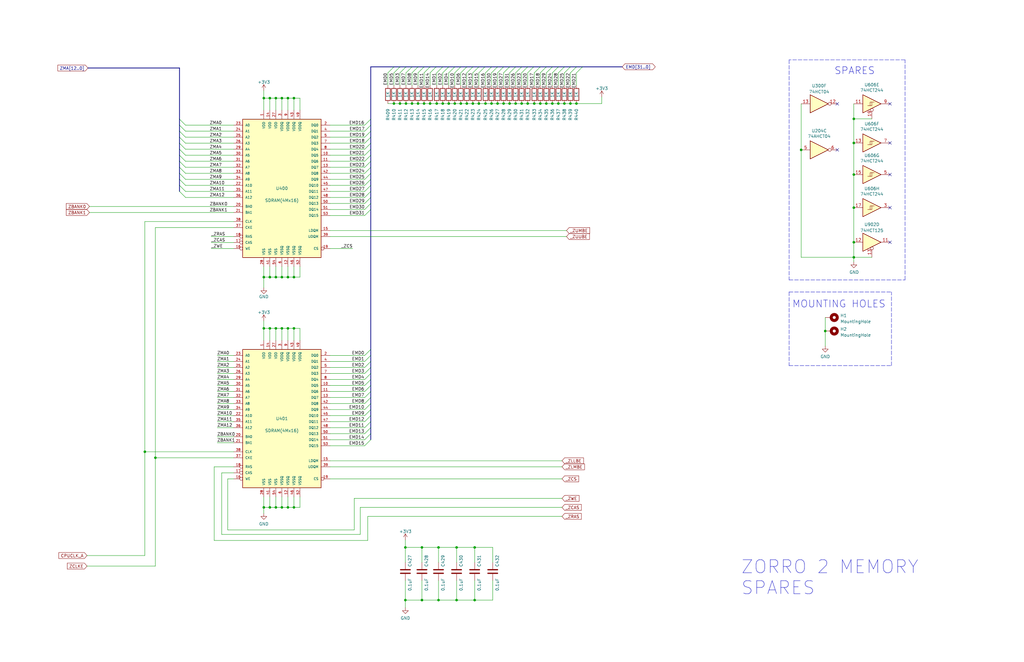
<source format=kicad_sch>
(kicad_sch (version 20211123) (generator eeschema)
  (paper "B")
  (title_block (title "Amiga N2630") (date "2022-09-09") (rev "2.3"))
  (junction (at 170.942 253.238))
  (junction (at 118.872 138.557))
  (junction (at 360.045 108.585))
  (junction (at 191.77 43.688))
  (junction (at 212.344 43.688))
  (junction (at 209.804 43.688))
  (junction (at 121.412 41.402))
  (junction (at 240.538 43.688))
  (junction (at 111.252 116.967))
  (junction (at 111.252 138.557))
  (junction (at 243.078 43.688))
  (junction (at 337.82 63.246))
  (junction (at 170.942 231.013))
  (junction (at 192.532 231.013))
  (junction (at 123.952 41.402))
  (junction (at 177.927 231.013))
  (junction (at 178.816 43.688))
  (junction (at 113.792 214.122))
  (junction (at 113.792 116.967))
  (junction (at 111.252 41.402))
  (junction (at 116.332 41.402))
  (junction (at 184.15 43.688))
  (junction (at 177.927 253.238))
  (junction (at 113.792 138.557))
  (junction (at 200.152 253.238))
  (junction (at 196.85 43.688))
  (junction (at 171.196 43.688))
  (junction (at 360.045 87.63))
  (junction (at 230.378 43.688))
  (junction (at 121.412 138.557))
  (junction (at 61.087 190.627))
  (junction (at 118.872 116.967))
  (junction (at 116.332 116.967))
  (junction (at 113.792 41.402))
  (junction (at 116.332 214.122))
  (junction (at 219.964 43.688))
  (junction (at 116.332 138.557))
  (junction (at 189.23 43.688))
  (junction (at 237.998 43.688))
  (junction (at 214.884 43.688))
  (junction (at 360.045 60.325))
  (junction (at 181.356 43.688))
  (junction (at 201.93 43.688))
  (junction (at 173.736 43.688))
  (junction (at 360.045 102.235))
  (junction (at 207.264 43.688))
  (junction (at 123.952 138.557))
  (junction (at 166.116 43.688))
  (junction (at 123.952 116.967))
  (junction (at 123.952 214.122))
  (junction (at 184.912 253.238))
  (junction (at 347.98 139.7))
  (junction (at 204.724 43.688))
  (junction (at 168.656 43.688))
  (junction (at 118.872 41.402))
  (junction (at 200.152 231.013))
  (junction (at 225.298 43.688))
  (junction (at 186.69 43.688))
  (junction (at 360.045 50.165))
  (junction (at 118.872 214.122))
  (junction (at 111.252 214.122))
  (junction (at 235.458 43.688))
  (junction (at 65.532 193.167))
  (junction (at 232.918 43.688))
  (junction (at 121.412 214.122))
  (junction (at 222.504 43.688))
  (junction (at 360.045 73.66))
  (junction (at 121.412 116.967))
  (junction (at 176.276 43.688))
  (junction (at 184.912 231.013))
  (junction (at 194.31 43.688))
  (junction (at 192.532 253.238))
  (junction (at 227.838 43.688))
  (junction (at 199.39 43.688))
  (junction (at 217.424 43.688))
  (no_connect (at 353.06 63.246))
  (no_connect (at 375.285 102.235))
  (no_connect (at 375.285 43.815))
  (no_connect (at 375.285 87.63))
  (no_connect (at 375.285 60.325))
  (no_connect (at 375.285 73.66))
  (no_connect (at 353.06 43.815))
  (bus_entry (at 78.232 83.312) (size -2.54 -2.54))
  (bus_entry (at 222.504 30.734) (size 2.54 -2.54))
  (bus_entry (at 230.378 28.194) (size -2.54 2.54))
  (bus_entry (at 153.797 149.987) (size 2.54 -2.54))
  (bus_entry (at 153.797 152.527) (size 2.54 -2.54))
  (bus_entry (at 166.116 28.194) (size -2.54 2.54))
  (bus_entry (at 240.538 30.734) (size 2.54 -2.54))
  (bus_entry (at 217.424 28.194) (size -2.54 2.54))
  (bus_entry (at 196.85 28.194) (size -2.54 2.54))
  (bus_entry (at 243.078 30.734) (size 2.54 -2.54))
  (bus_entry (at 153.797 55.372) (size 2.54 -2.54))
  (bus_entry (at 171.196 28.194) (size -2.54 2.54))
  (bus_entry (at 207.264 28.194) (size -2.54 2.54))
  (bus_entry (at 191.77 28.194) (size -2.54 2.54))
  (bus_entry (at 219.964 30.734) (size 2.54 -2.54))
  (bus_entry (at 153.797 175.387) (size 2.54 -2.54))
  (bus_entry (at 153.797 185.547) (size 2.54 -2.54))
  (bus_entry (at 235.458 28.194) (size -2.54 2.54))
  (bus_entry (at 176.276 28.194) (size -2.54 2.54))
  (bus_entry (at 78.232 80.772) (size -2.54 -2.54))
  (bus_entry (at 178.816 28.194) (size -2.54 2.54))
  (bus_entry (at 237.998 28.194) (size -2.54 2.54))
  (bus_entry (at 153.797 65.532) (size 2.54 -2.54))
  (bus_entry (at 168.656 28.194) (size -2.54 2.54))
  (bus_entry (at 153.797 90.932) (size 2.54 -2.54))
  (bus_entry (at 214.884 28.194) (size -2.54 2.54))
  (bus_entry (at 153.797 157.607) (size 2.54 -2.54))
  (bus_entry (at 232.918 28.194) (size -2.54 2.54))
  (bus_entry (at 153.797 75.692) (size 2.54 -2.54))
  (bus_entry (at 153.797 188.087) (size 2.54 -2.54))
  (bus_entry (at 153.797 70.612) (size 2.54 -2.54))
  (bus_entry (at 153.797 165.227) (size 2.54 -2.54))
  (bus_entry (at 153.797 177.927) (size 2.54 -2.54))
  (bus_entry (at 153.797 80.772) (size 2.54 -2.54))
  (bus_entry (at 178.816 30.734) (size 2.54 -2.54))
  (bus_entry (at 181.356 30.734) (size 2.54 -2.54))
  (bus_entry (at 153.797 160.147) (size 2.54 -2.54))
  (bus_entry (at 199.39 28.194) (size -2.54 2.54))
  (bus_entry (at 153.797 162.687) (size 2.54 -2.54))
  (bus_entry (at 153.797 68.072) (size 2.54 -2.54))
  (bus_entry (at 153.797 57.912) (size 2.54 -2.54))
  (bus_entry (at 194.31 28.194) (size -2.54 2.54))
  (bus_entry (at 153.797 183.007) (size 2.54 -2.54))
  (bus_entry (at 153.797 85.852) (size 2.54 -2.54))
  (bus_entry (at 153.797 170.307) (size 2.54 -2.54))
  (bus_entry (at 153.797 155.067) (size 2.54 -2.54))
  (bus_entry (at 186.69 28.194) (size -2.54 2.54))
  (bus_entry (at 153.797 180.467) (size 2.54 -2.54))
  (bus_entry (at 199.39 30.734) (size 2.54 -2.54))
  (bus_entry (at 153.797 60.452) (size 2.54 -2.54))
  (bus_entry (at 173.736 28.194) (size -2.54 2.54))
  (bus_entry (at 153.797 73.152) (size 2.54 -2.54))
  (bus_entry (at 153.797 172.847) (size 2.54 -2.54))
  (bus_entry (at 240.538 28.194) (size -2.54 2.54))
  (bus_entry (at 201.93 30.734) (size 2.54 -2.54))
  (bus_entry (at 227.838 28.194) (size -2.54 2.54))
  (bus_entry (at 153.797 88.392) (size 2.54 -2.54))
  (bus_entry (at 153.797 83.312) (size 2.54 -2.54))
  (bus_entry (at 153.797 52.832) (size 2.54 -2.54))
  (bus_entry (at 78.232 52.832) (size -2.54 -2.54))
  (bus_entry (at 78.232 55.372) (size -2.54 -2.54))
  (bus_entry (at 78.232 57.912) (size -2.54 -2.54))
  (bus_entry (at 78.232 60.452) (size -2.54 -2.54))
  (bus_entry (at 78.232 62.992) (size -2.54 -2.54))
  (bus_entry (at 78.232 70.612) (size -2.54 -2.54))
  (bus_entry (at 78.232 73.152) (size -2.54 -2.54))
  (bus_entry (at 78.232 75.692) (size -2.54 -2.54))
  (bus_entry (at 78.232 78.232) (size -2.54 -2.54))
  (bus_entry (at 78.232 68.072) (size -2.54 -2.54))
  (bus_entry (at 78.232 65.532) (size -2.54 -2.54))
  (bus_entry (at 189.23 28.194) (size -2.54 2.54))
  (bus_entry (at 219.964 28.194) (size -2.54 2.54))
  (bus_entry (at 209.804 28.194) (size -2.54 2.54))
  (bus_entry (at 153.797 78.232) (size 2.54 -2.54))
  (bus_entry (at 212.344 28.194) (size -2.54 2.54))
  (bus_entry (at 153.797 167.767) (size 2.54 -2.54))
  (bus_entry (at 153.797 62.992) (size 2.54 -2.54))
  (wire (pts (xy 222.504 30.734) (xy 222.504 36.068)))
  (wire (pts (xy 91.567 165.227) (xy 98.552 165.227)))
  (wire (pts (xy 367.665 50.165) (xy 360.045 50.165)))
  (wire (pts (xy 171.196 43.688) (xy 173.736 43.688)))
  (wire (pts (xy 139.192 162.687) (xy 153.797 162.687)))
  (wire (pts (xy 65.532 193.167) (xy 65.532 96.012)))
  (wire (pts (xy 93.472 199.517) (xy 93.472 225.552)))
  (wire (pts (xy 243.078 43.688) (xy 253.746 43.688)))
  (wire (pts (xy 78.232 57.912) (xy 98.552 57.912)))
  (wire (pts (xy 111.252 214.122) (xy 113.792 214.122)))
  (wire (pts (xy 181.356 43.688) (xy 184.15 43.688)))
  (bus (pts (xy 156.337 85.852) (xy 156.337 83.312)))
  (wire (pts (xy 139.192 160.147) (xy 153.797 160.147)))
  (wire (pts (xy 207.772 253.238) (xy 207.772 244.983)))
  (wire (pts (xy 121.412 138.557) (xy 121.412 143.637)))
  (wire (pts (xy 214.884 30.734) (xy 214.884 36.068)))
  (wire (pts (xy 91.567 172.847) (xy 98.552 172.847)))
  (wire (pts (xy 201.93 43.688) (xy 204.724 43.688)))
  (wire (pts (xy 196.85 43.688) (xy 199.39 43.688)))
  (wire (pts (xy 121.412 209.677) (xy 121.412 214.122)))
  (wire (pts (xy 113.792 41.402) (xy 116.332 41.402)))
  (wire (pts (xy 126.492 209.677) (xy 126.492 214.122)))
  (wire (pts (xy 166.116 43.688) (xy 168.656 43.688)))
  (wire (pts (xy 78.232 78.232) (xy 98.552 78.232)))
  (wire (pts (xy 139.192 172.847) (xy 153.797 172.847)))
  (wire (pts (xy 139.192 180.467) (xy 153.797 180.467)))
  (wire (pts (xy 118.872 116.967) (xy 121.412 116.967)))
  (bus (pts (xy 186.69 28.194) (xy 189.23 28.194)))
  (bus (pts (xy 232.918 28.194) (xy 235.458 28.194)))
  (wire (pts (xy 116.332 138.557) (xy 116.332 143.637)))
  (wire (pts (xy 149.352 210.312) (xy 236.982 210.312)))
  (wire (pts (xy 113.792 138.557) (xy 116.332 138.557)))
  (bus (pts (xy 173.736 28.194) (xy 176.276 28.194)))
  (wire (pts (xy 78.232 70.612) (xy 98.552 70.612)))
  (wire (pts (xy 123.952 112.522) (xy 123.952 116.967)))
  (wire (pts (xy 121.412 214.122) (xy 123.952 214.122)))
  (wire (pts (xy 116.332 112.522) (xy 116.332 116.967)))
  (bus (pts (xy 199.39 28.194) (xy 201.93 28.194)))
  (wire (pts (xy 171.196 30.734) (xy 171.196 36.068)))
  (wire (pts (xy 118.872 214.122) (xy 121.412 214.122)))
  (bus (pts (xy 217.424 28.194) (xy 219.964 28.194)))
  (wire (pts (xy 96.012 223.647) (xy 149.352 223.647)))
  (wire (pts (xy 225.298 30.734) (xy 225.298 36.068)))
  (wire (pts (xy 170.942 253.238) (xy 170.942 256.413)))
  (bus (pts (xy 37.084 28.702) (xy 75.692 28.702)))
  (bus (pts (xy 75.692 68.072) (xy 75.692 65.532)))
  (bus (pts (xy 156.337 160.147) (xy 156.337 157.607)))
  (bus (pts (xy 191.77 28.194) (xy 194.31 28.194)))
  (wire (pts (xy 111.252 46.482) (xy 111.252 41.402)))
  (bus (pts (xy 156.337 55.372) (xy 156.337 52.832)))
  (wire (pts (xy 178.816 43.688) (xy 181.356 43.688)))
  (bus (pts (xy 156.337 83.312) (xy 156.337 80.772)))
  (wire (pts (xy 227.838 43.688) (xy 230.378 43.688)))
  (wire (pts (xy 170.942 253.238) (xy 177.927 253.238)))
  (wire (pts (xy 139.192 104.902) (xy 148.717 104.902)))
  (wire (pts (xy 78.232 73.152) (xy 98.552 73.152)))
  (bus (pts (xy 189.23 28.194) (xy 191.77 28.194)))
  (wire (pts (xy 230.378 43.688) (xy 232.918 43.688)))
  (bus (pts (xy 75.692 70.612) (xy 75.692 68.072)))
  (wire (pts (xy 360.045 108.585) (xy 360.045 110.49)))
  (wire (pts (xy 178.816 30.734) (xy 178.816 36.068)))
  (wire (pts (xy 207.772 231.013) (xy 200.152 231.013)))
  (wire (pts (xy 139.192 90.932) (xy 153.797 90.932)))
  (wire (pts (xy 139.192 185.547) (xy 153.797 185.547)))
  (wire (pts (xy 200.152 253.238) (xy 200.152 244.983)))
  (wire (pts (xy 192.532 237.363) (xy 192.532 231.013)))
  (wire (pts (xy 139.192 157.607) (xy 153.797 157.607)))
  (wire (pts (xy 96.012 202.057) (xy 96.012 223.647)))
  (wire (pts (xy 98.552 93.472) (xy 61.087 93.472)))
  (wire (pts (xy 192.532 253.238) (xy 200.152 253.238)))
  (wire (pts (xy 123.952 138.557) (xy 123.952 143.637)))
  (wire (pts (xy 151.892 225.552) (xy 151.892 214.122)))
  (wire (pts (xy 78.232 52.832) (xy 98.552 52.832)))
  (bus (pts (xy 156.337 52.832) (xy 156.337 50.292)))
  (bus (pts (xy 156.337 177.927) (xy 156.337 175.387)))
  (wire (pts (xy 360.045 60.325) (xy 360.045 73.66)))
  (wire (pts (xy 111.252 116.967) (xy 111.252 121.412)))
  (bus (pts (xy 156.337 185.547) (xy 156.337 183.007)))
  (wire (pts (xy 139.192 167.767) (xy 153.797 167.767)))
  (bus (pts (xy 75.692 55.372) (xy 75.692 52.832)))
  (bus (pts (xy 214.884 28.194) (xy 217.424 28.194)))
  (wire (pts (xy 139.192 152.527) (xy 153.797 152.527)))
  (wire (pts (xy 91.567 157.607) (xy 98.552 157.607)))
  (wire (pts (xy 240.538 43.688) (xy 243.078 43.688)))
  (wire (pts (xy 200.152 231.013) (xy 192.532 231.013)))
  (wire (pts (xy 168.656 43.688) (xy 171.196 43.688)))
  (wire (pts (xy 235.458 30.734) (xy 235.458 36.068)))
  (wire (pts (xy 111.252 209.677) (xy 111.252 214.122)))
  (wire (pts (xy 139.192 65.532) (xy 153.797 65.532)))
  (wire (pts (xy 91.5924 180.467) (xy 98.552 180.467)))
  (wire (pts (xy 78.232 65.532) (xy 98.552 65.532)))
  (wire (pts (xy 116.332 138.557) (xy 118.872 138.557)))
  (wire (pts (xy 78.232 55.372) (xy 98.552 55.372)))
  (wire (pts (xy 98.552 199.517) (xy 93.472 199.517)))
  (wire (pts (xy 113.792 116.967) (xy 116.332 116.967)))
  (wire (pts (xy 139.192 78.232) (xy 153.797 78.232)))
  (wire (pts (xy 212.344 30.734) (xy 212.344 36.068)))
  (wire (pts (xy 189.23 30.734) (xy 189.23 36.068)))
  (bus (pts (xy 156.337 183.007) (xy 156.337 180.467)))
  (wire (pts (xy 360.045 73.66) (xy 360.045 87.63)))
  (wire (pts (xy 360.045 108.585) (xy 337.82 108.585)))
  (wire (pts (xy 90.297 228.092) (xy 155.067 228.092)))
  (polyline (pts (xy 332.74 25.273) (xy 332.74 118.11)))
  (bus (pts (xy 156.337 78.232) (xy 156.337 75.692)))
  (wire (pts (xy 91.567 160.147) (xy 98.552 160.147)))
  (polyline (pts (xy 375.92 154.305) (xy 375.92 123.19)))
  (bus (pts (xy 156.337 57.912) (xy 156.337 55.372)))
  (bus (pts (xy 156.337 165.227) (xy 156.337 162.687)))
  (wire (pts (xy 78.232 80.772) (xy 98.552 80.772)))
  (wire (pts (xy 123.952 138.557) (xy 126.492 138.557)))
  (wire (pts (xy 177.927 244.983) (xy 177.927 253.238)))
  (wire (pts (xy 204.724 43.688) (xy 207.264 43.688)))
  (bus (pts (xy 156.337 155.067) (xy 156.337 152.527)))
  (wire (pts (xy 61.087 93.472) (xy 61.087 190.627)))
  (wire (pts (xy 199.39 30.734) (xy 199.39 36.068)))
  (bus (pts (xy 230.378 28.194) (xy 232.918 28.194)))
  (wire (pts (xy 61.087 190.627) (xy 61.087 234.442)))
  (wire (pts (xy 217.424 43.688) (xy 219.964 43.688)))
  (wire (pts (xy 139.192 85.852) (xy 153.797 85.852)))
  (wire (pts (xy 230.378 30.734) (xy 230.378 36.068)))
  (bus (pts (xy 156.337 80.772) (xy 156.337 78.232)))
  (wire (pts (xy 184.15 43.688) (xy 186.69 43.688)))
  (wire (pts (xy 200.152 253.238) (xy 207.772 253.238)))
  (wire (pts (xy 78.232 83.312) (xy 98.552 83.312)))
  (wire (pts (xy 91.5924 177.927) (xy 98.552 177.927)))
  (wire (pts (xy 186.69 30.734) (xy 186.69 36.068)))
  (polyline (pts (xy 381.635 25.273) (xy 332.74 25.273)))
  (wire (pts (xy 139.192 55.372) (xy 153.797 55.372)))
  (wire (pts (xy 139.192 60.452) (xy 153.797 60.452)))
  (bus (pts (xy 227.838 28.194) (xy 230.378 28.194)))
  (polyline (pts (xy 332.74 123.19) (xy 332.74 154.305)))
  (bus (pts (xy 178.816 28.194) (xy 181.356 28.194)))
  (wire (pts (xy 139.192 73.152) (xy 153.797 73.152)))
  (wire (pts (xy 177.927 253.238) (xy 184.912 253.238)))
  (bus (pts (xy 156.337 73.152) (xy 156.337 70.612)))
  (wire (pts (xy 360.045 43.815) (xy 360.045 50.165)))
  (bus (pts (xy 156.337 175.387) (xy 156.337 172.847)))
  (wire (pts (xy 151.892 214.122) (xy 236.982 214.122)))
  (wire (pts (xy 126.492 138.557) (xy 126.492 143.637)))
  (wire (pts (xy 78.232 62.992) (xy 98.552 62.992)))
  (bus (pts (xy 75.692 52.832) (xy 75.692 50.292)))
  (wire (pts (xy 89.027 104.902) (xy 98.552 104.902)))
  (wire (pts (xy 91.567 184.277) (xy 98.552 184.277)))
  (wire (pts (xy 139.192 196.977) (xy 236.982 196.977)))
  (wire (pts (xy 111.252 41.402) (xy 113.792 41.402)))
  (wire (pts (xy 194.31 30.734) (xy 194.31 36.068)))
  (wire (pts (xy 91.567 186.817) (xy 98.552 186.817)))
  (wire (pts (xy 196.85 30.734) (xy 196.85 36.068)))
  (wire (pts (xy 118.872 112.522) (xy 118.872 116.967)))
  (wire (pts (xy 89.027 102.362) (xy 98.552 102.362)))
  (wire (pts (xy 212.344 43.688) (xy 214.884 43.688)))
  (wire (pts (xy 111.252 116.967) (xy 113.792 116.967)))
  (wire (pts (xy 116.332 116.967) (xy 118.872 116.967)))
  (wire (pts (xy 184.15 30.734) (xy 184.15 36.068)))
  (wire (pts (xy 139.192 194.437) (xy 236.982 194.437)))
  (wire (pts (xy 61.087 190.627) (xy 98.552 190.627)))
  (wire (pts (xy 113.792 112.522) (xy 113.792 116.967)))
  (wire (pts (xy 170.942 244.983) (xy 170.942 253.238)))
  (wire (pts (xy 113.792 214.122) (xy 116.332 214.122)))
  (wire (pts (xy 237.998 30.734) (xy 237.998 36.068)))
  (wire (pts (xy 139.192 165.227) (xy 153.797 165.227)))
  (wire (pts (xy 116.332 41.402) (xy 116.332 46.482)))
  (wire (pts (xy 181.356 30.734) (xy 181.356 36.068)))
  (wire (pts (xy 139.192 68.072) (xy 153.797 68.072)))
  (wire (pts (xy 168.656 30.734) (xy 168.656 36.068)))
  (wire (pts (xy 91.567 149.987) (xy 98.552 149.987)))
  (wire (pts (xy 111.252 214.122) (xy 111.252 216.662)))
  (wire (pts (xy 139.192 62.992) (xy 153.797 62.992)))
  (wire (pts (xy 118.872 138.557) (xy 121.412 138.557)))
  (wire (pts (xy 139.192 57.912) (xy 153.797 57.912)))
  (wire (pts (xy 139.192 183.007) (xy 153.797 183.007)))
  (wire (pts (xy 173.736 30.734) (xy 173.736 36.068)))
  (wire (pts (xy 237.998 43.688) (xy 240.538 43.688)))
  (wire (pts (xy 337.82 43.815) (xy 337.82 63.246)))
  (bus (pts (xy 156.337 180.467) (xy 156.337 177.927)))
  (wire (pts (xy 123.952 41.402) (xy 123.952 46.482)))
  (wire (pts (xy 65.532 193.167) (xy 98.552 193.167)))
  (wire (pts (xy 118.872 41.402) (xy 118.872 46.482)))
  (wire (pts (xy 192.532 253.238) (xy 192.532 244.983)))
  (wire (pts (xy 177.927 231.013) (xy 177.927 237.363)))
  (wire (pts (xy 111.252 135.382) (xy 111.252 138.557)))
  (wire (pts (xy 111.252 112.522) (xy 111.252 116.967)))
  (bus (pts (xy 240.538 28.194) (xy 243.078 28.194)))
  (wire (pts (xy 201.93 30.734) (xy 201.93 36.068)))
  (wire (pts (xy 98.552 196.977) (xy 90.297 196.977)))
  (wire (pts (xy 78.232 60.452) (xy 98.552 60.452)))
  (bus (pts (xy 194.31 28.194) (xy 196.85 28.194)))
  (wire (pts (xy 139.192 202.057) (xy 236.982 202.057)))
  (wire (pts (xy 139.192 177.927) (xy 153.797 177.927)))
  (wire (pts (xy 139.192 83.312) (xy 153.797 83.312)))
  (bus (pts (xy 156.337 152.527) (xy 156.337 149.987)))
  (wire (pts (xy 347.98 133.985) (xy 347.98 139.7)))
  (wire (pts (xy 139.192 88.392) (xy 153.797 88.392)))
  (bus (pts (xy 166.116 28.194) (xy 168.656 28.194)))
  (wire (pts (xy 207.264 30.734) (xy 207.264 36.068)))
  (bus (pts (xy 75.692 57.912) (xy 75.692 55.372)))
  (wire (pts (xy 184.912 231.013) (xy 177.927 231.013)))
  (bus (pts (xy 201.93 28.194) (xy 204.47 28.194)))
  (wire (pts (xy 111.252 38.227) (xy 111.252 41.402)))
  (wire (pts (xy 91.567 162.687) (xy 98.552 162.687)))
  (wire (pts (xy 194.31 43.688) (xy 196.85 43.688)))
  (wire (pts (xy 139.192 155.067) (xy 153.797 155.067)))
  (wire (pts (xy 200.152 237.363) (xy 200.152 231.013)))
  (bus (pts (xy 156.337 167.767) (xy 156.337 165.227)))
  (bus (pts (xy 156.337 172.847) (xy 156.337 170.307)))
  (wire (pts (xy 235.458 43.688) (xy 237.998 43.688)))
  (bus (pts (xy 235.458 28.194) (xy 237.998 28.194)))
  (wire (pts (xy 207.772 237.363) (xy 207.772 231.013)))
  (wire (pts (xy 199.39 43.688) (xy 201.93 43.688)))
  (wire (pts (xy 184.912 244.983) (xy 184.912 253.238)))
  (bus (pts (xy 207.264 28.194) (xy 209.804 28.194)))
  (wire (pts (xy 253.746 40.894) (xy 253.746 43.688)))
  (wire (pts (xy 123.952 41.402) (xy 126.492 41.402)))
  (wire (pts (xy 91.567 167.767) (xy 98.552 167.767)))
  (bus (pts (xy 212.344 28.194) (xy 214.884 28.194)))
  (wire (pts (xy 191.77 30.734) (xy 191.77 36.068)))
  (wire (pts (xy 139.192 80.772) (xy 153.797 80.772)))
  (bus (pts (xy 75.692 78.232) (xy 75.692 80.772)))
  (wire (pts (xy 177.927 231.013) (xy 170.942 231.013)))
  (wire (pts (xy 204.724 30.734) (xy 204.724 36.068)))
  (wire (pts (xy 139.192 97.282) (xy 238.887 97.282)))
  (bus (pts (xy 176.276 28.194) (xy 178.816 28.194)))
  (wire (pts (xy 78.232 75.692) (xy 98.552 75.692)))
  (wire (pts (xy 214.884 43.688) (xy 217.424 43.688)))
  (wire (pts (xy 121.412 112.522) (xy 121.412 116.967)))
  (bus (pts (xy 156.337 149.987) (xy 156.337 147.447)))
  (wire (pts (xy 232.918 43.688) (xy 235.458 43.688)))
  (wire (pts (xy 149.352 223.647) (xy 149.352 210.312)))
  (wire (pts (xy 111.252 143.637) (xy 111.252 138.557)))
  (wire (pts (xy 123.952 116.967) (xy 126.492 116.967)))
  (wire (pts (xy 360.045 50.165) (xy 360.045 60.325)))
  (wire (pts (xy 98.552 202.057) (xy 96.012 202.057)))
  (wire (pts (xy 139.192 70.612) (xy 153.797 70.612)))
  (wire (pts (xy 207.264 43.688) (xy 209.804 43.688)))
  (bus (pts (xy 156.337 65.532) (xy 156.337 62.992)))
  (bus (pts (xy 181.356 28.194) (xy 183.896 28.194)))
  (wire (pts (xy 219.964 43.688) (xy 222.504 43.688)))
  (wire (pts (xy 222.504 43.688) (xy 225.298 43.688)))
  (polyline (pts (xy 332.74 154.305) (xy 375.92 154.305)))
  (wire (pts (xy 217.424 30.734) (xy 217.424 36.068)))
  (wire (pts (xy 113.792 209.677) (xy 113.792 214.122)))
  (wire (pts (xy 176.276 43.688) (xy 178.816 43.688)))
  (wire (pts (xy 186.69 43.688) (xy 189.23 43.688)))
  (bus (pts (xy 156.337 68.072) (xy 156.337 65.532)))
  (bus (pts (xy 222.504 28.194) (xy 225.044 28.194)))
  (bus (pts (xy 75.692 75.692) (xy 75.692 78.232)))
  (wire (pts (xy 225.298 43.688) (xy 227.838 43.688)))
  (bus (pts (xy 75.692 73.152) (xy 75.692 75.692)))
  (bus (pts (xy 75.692 65.532) (xy 75.692 62.992)))
  (polyline (pts (xy 332.74 118.11) (xy 381.635 118.11)))
  (wire (pts (xy 176.276 30.734) (xy 176.276 36.068)))
  (bus (pts (xy 183.896 28.194) (xy 186.69 28.194)))
  (wire (pts (xy 219.964 30.734) (xy 219.964 36.068)))
  (wire (pts (xy 139.192 75.692) (xy 153.797 75.692)))
  (bus (pts (xy 225.044 28.194) (xy 227.838 28.194)))
  (wire (pts (xy 173.736 43.688) (xy 176.276 43.688)))
  (bus (pts (xy 156.337 170.307) (xy 156.337 167.767)))
  (wire (pts (xy 240.538 30.734) (xy 240.538 36.068)))
  (bus (pts (xy 156.337 70.612) (xy 156.337 68.072)))
  (bus (pts (xy 75.692 60.452) (xy 75.692 57.912)))
  (bus (pts (xy 219.964 28.194) (xy 222.504 28.194)))
  (wire (pts (xy 209.804 30.734) (xy 209.804 36.068)))
  (wire (pts (xy 36.703 238.887) (xy 65.532 238.887)))
  (wire (pts (xy 91.567 155.067) (xy 98.552 155.067)))
  (wire (pts (xy 232.918 30.734) (xy 232.918 36.068)))
  (wire (pts (xy 121.412 41.402) (xy 123.952 41.402)))
  (wire (pts (xy 184.912 231.013) (xy 184.912 237.363)))
  (wire (pts (xy 118.872 209.677) (xy 118.872 214.122)))
  (wire (pts (xy 166.116 30.734) (xy 166.116 36.068)))
  (wire (pts (xy 89.027 99.822) (xy 98.552 99.822)))
  (wire (pts (xy 243.078 30.734) (xy 243.078 36.068)))
  (wire (pts (xy 91.567 175.387) (xy 98.552 175.387)))
  (wire (pts (xy 113.792 41.402) (xy 113.792 46.482)))
  (bus (pts (xy 156.337 88.392) (xy 156.337 85.852)))
  (wire (pts (xy 116.332 209.677) (xy 116.332 214.122)))
  (bus (pts (xy 196.85 28.194) (xy 199.39 28.194)))
  (wire (pts (xy 121.412 138.557) (xy 123.952 138.557)))
  (bus (pts (xy 237.998 28.194) (xy 240.538 28.194)))
  (wire (pts (xy 126.492 112.522) (xy 126.492 116.967)))
  (wire (pts (xy 170.942 231.013) (xy 170.942 237.363)))
  (bus (pts (xy 156.337 75.692) (xy 156.337 73.152)))
  (wire (pts (xy 91.567 152.527) (xy 98.552 152.527)))
  (wire (pts (xy 90.297 196.977) (xy 90.297 228.092)))
  (bus (pts (xy 156.337 147.447) (xy 156.337 88.392)))
  (wire (pts (xy 65.532 96.012) (xy 98.552 96.012)))
  (wire (pts (xy 123.952 209.677) (xy 123.952 214.122)))
  (bus (pts (xy 243.078 28.194) (xy 245.618 28.194)))
  (bus (pts (xy 156.337 28.194) (xy 156.337 50.292)))
  (bus (pts (xy 209.804 28.194) (xy 212.344 28.194)))
  (wire (pts (xy 139.192 175.387) (xy 153.797 175.387)))
  (wire (pts (xy 126.492 41.402) (xy 126.492 46.482)))
  (wire (pts (xy 184.912 253.238) (xy 192.532 253.238)))
  (wire (pts (xy 155.067 228.092) (xy 155.067 217.932)))
  (wire (pts (xy 192.532 231.013) (xy 184.912 231.013)))
  (wire (pts (xy 121.412 41.402) (xy 121.412 46.482)))
  (bus (pts (xy 245.618 28.194) (xy 262.382 28.194)))
  (bus (pts (xy 168.656 28.194) (xy 171.196 28.194)))
  (wire (pts (xy 36.703 234.442) (xy 61.087 234.442)))
  (wire (pts (xy 163.576 43.688) (xy 166.116 43.688)))
  (wire (pts (xy 189.23 43.688) (xy 191.77 43.688)))
  (wire (pts (xy 113.792 138.557) (xy 113.792 143.637)))
  (wire (pts (xy 337.82 63.246) (xy 337.82 108.585)))
  (polyline (pts (xy 332.74 123.19) (xy 375.92 123.19)))
  (wire (pts (xy 360.045 108.585) (xy 367.665 108.585)))
  (wire (pts (xy 209.804 43.688) (xy 212.344 43.688)))
  (wire (pts (xy 93.472 225.552) (xy 151.892 225.552)))
  (wire (pts (xy 347.98 139.7) (xy 347.98 146.05)))
  (polyline (pts (xy 381.635 118.11) (xy 381.635 25.273)))
  (bus (pts (xy 156.337 60.452) (xy 156.337 57.912)))
  (wire (pts (xy 37.719 87.122) (xy 98.552 87.122)))
  (wire (pts (xy 139.192 52.832) (xy 153.797 52.832)))
  (wire (pts (xy 360.045 87.63) (xy 360.045 102.235)))
  (wire (pts (xy 116.332 41.402) (xy 118.872 41.402)))
  (wire (pts (xy 191.77 43.688) (xy 194.31 43.688)))
  (bus (pts (xy 75.692 62.992) (xy 75.692 60.452)))
  (wire (pts (xy 139.192 188.087) (xy 153.797 188.087)))
  (bus (pts (xy 171.196 28.194) (xy 173.736 28.194)))
  (wire (pts (xy 139.192 99.822) (xy 238.887 99.822)))
  (wire (pts (xy 91.567 170.307) (xy 98.552 170.307)))
  (wire (pts (xy 139.192 170.307) (xy 153.797 170.307)))
  (wire (pts (xy 155.067 217.932) (xy 236.982 217.932)))
  (bus (pts (xy 75.692 50.292) (xy 75.692 28.702)))
  (wire (pts (xy 170.942 227.838) (xy 170.942 231.013)))
  (wire (pts (xy 121.412 116.967) (xy 123.952 116.967)))
  (bus (pts (xy 156.337 157.607) (xy 156.337 155.067)))
  (wire (pts (xy 118.872 41.402) (xy 121.412 41.402)))
  (bus (pts (xy 156.337 162.687) (xy 156.337 160.147)))
  (wire (pts (xy 163.576 30.734) (xy 163.576 36.068)))
  (bus (pts (xy 156.337 28.194) (xy 166.116 28.194)))
  (bus (pts (xy 156.337 62.992) (xy 156.337 60.452)))
  (wire (pts (xy 227.838 30.734) (xy 227.838 36.068)))
  (wire (pts (xy 139.192 149.987) (xy 153.797 149.987)))
  (wire (pts (xy 118.872 138.557) (xy 118.872 143.637)))
  (bus (pts (xy 75.692 73.152) (xy 75.692 70.612)))
  (wire (pts (xy 98.552 89.662) (xy 37.719 89.662)))
  (wire (pts (xy 116.332 214.122) (xy 118.872 214.122)))
  (wire (pts (xy 111.252 138.557) (xy 113.792 138.557)))
  (bus (pts (xy 204.47 28.194) (xy 207.264 28.194)))
  (wire (pts (xy 78.232 68.072) (xy 98.552 68.072)))
  (wire (pts (xy 360.045 102.235) (xy 360.045 108.585)))
  (wire (pts (xy 123.952 214.122) (xy 126.492 214.122)))
  (wire (pts (xy 65.532 238.887) (xy 65.532 193.167)))
  (text "ZORRO 2 MEMORY\nSPARES" (at 312.42 251.46 0) (effects (font (size 5.5 5.5)) (justify left bottom)))
  (text "MOUNTING HOLES" (at 334.01 130.175 0) (effects (font (size 3 3)) (justify left bottom)))
  (text "SPARES" (at 351.79 31.75 0) (effects (font (size 2.9972 2.9972)) (justify left bottom)))
  (label "EMD16" (at 204.724 30.734 270))
  (label "EMD2" (at 186.69 30.734 270))
  (label "ZMA8" (at 88.392 73.152 0))
  (label "EMD27" (at 212.344 30.734 270))
  (label "ZMA1" (at 88.392 55.372 0))
  (label "EMD10" (at 153.6446 172.847 180))
  (label "EMD9" (at 176.276 30.734 270))
  (label "ZMA3" (at 91.567 157.607 0))
  (label "ZMA9" (at 88.392 75.692 0))
  (label "EMD12" (at 196.85 30.734 270))
  (label "EMD28" (at 153.797 83.312 180))
  (label "EMD25" (at 237.998 30.734 270))
  (label "EMD25" (at 153.797 75.692 180))
  (label "ZMA8" (at 91.567 170.307 0))
  (label "EMD20" (at 222.504 30.734 270))
  (label "ZMA9" (at 91.567 172.847 0))
  (label "EMD7" (at 153.6446 167.767 180))
  (label "EMD14" (at 181.356 30.734 270))
  (label "ZMA10" (at 91.567 175.387 0))
  (label "ZMA2" (at 88.392 57.912 0))
  (label "ZBANK1" (at 88.392 89.662 0))
  (label "ZMA6" (at 88.392 68.072 0))
  (label "EMD6" (at 153.6446 165.227 180))
  (label "EMD5" (at 153.6446 162.687 180))
  (label "ZBANK1" (at 91.567 186.817 0))
  (label "ZMA3" (at 88.392 60.452 0))
  (label "ZMA11" (at 88.392 80.772 0))
  (label "ZMA2" (at 91.567 155.067 0))
  (label "EMD18" (at 227.838 30.734 270))
  (label "EMD9" (at 153.6446 175.387 180))
  (label "EMD22" (at 153.797 68.072 180))
  (label "EMD24" (at 232.918 30.734 270))
  (label "ZMA10" (at 88.392 78.232 0))
  (label "EMD20" (at 153.797 62.992 180))
  (label "ZMA4" (at 88.392 62.992 0))
  (label "EMD27" (at 153.797 80.772 180))
  (label "EMD1" (at 184.15 30.734 270))
  (label "ZMA5" (at 91.567 162.687 0))
  (label "EMD0" (at 163.576 30.734 270))
  (label "EMD0" (at 153.6446 149.987 180))
  (label "EMD23" (at 153.797 70.612 180))
  (label "ZMA11" (at 91.5924 177.927 0))
  (label "EMD14" (at 153.6446 185.547 180))
  (label "ZMA0" (at 88.392 52.832 0))
  (label "_ZRAS" (at 89.027 99.822 0))
  (label "ZMA4" (at 91.567 160.147 0))
  (label "EMD22" (at 240.538 30.734 270))
  (label "EMD23" (at 219.964 30.734 270))
  (label "EMD3" (at 153.6446 157.607 180))
  (label "ZMA12" (at 91.5924 180.467 0))
  (label "EMD19" (at 153.797 57.912 180))
  (label "EMD16" (at 153.67 52.832 180))
  (label "ZMA7" (at 88.392 70.612 0))
  (label "EMD15" (at 153.6446 188.087 180))
  (label "EMD31" (at 214.884 30.734 270))
  (label "ZMA0" (at 91.567 149.987 0))
  (label "EMD10" (at 191.77 30.734 270))
  (label "EMD6" (at 194.31 30.734 270))
  (label "EMD26" (at 153.797 78.232 180))
  (label "EMD30" (at 207.264 30.734 270))
  (label "EMD19" (at 209.804 30.734 270))
  (label "EMD5" (at 166.116 30.734 270))
  (label "EMD17" (at 225.298 30.734 270))
  (label "EMD13" (at 153.6446 183.007 180))
  (label "EMD2" (at 153.6446 155.067 180))
  (label "EMD12" (at 153.6446 177.927 180))
  (label "EMD8" (at 173.736 30.734 270))
  (label "_ZWE" (at 89.027 104.902 0))
  (label "EMD1" (at 153.6446 152.527 180))
  (label "EMD30" (at 153.797 88.392 180))
  (label "EMD28" (at 235.458 30.734 270))
  (label "ZMA1" (at 91.567 152.527 0))
  (label "EMD31" (at 153.797 90.932 180))
  (label "EMD21" (at 243.078 30.734 270))
  (label "EMD11" (at 153.6446 180.467 180))
  (label "ZBANK0" (at 91.567 184.277 0))
  (label "ZMA12" (at 88.392 83.312 0))
  (label "EMD4" (at 189.23 30.734 270))
  (label "EMD17" (at 153.797 55.372 180))
  (label "EMD18" (at 153.797 60.452 180))
  (label "EMD3" (at 168.656 30.734 270))
  (label "EMD21" (at 153.797 65.532 180))
  (label "EMD24" (at 153.797 73.152 180))
  (label "ZMA6" (at 91.567 165.227 0))
  (label "ZBANK0" (at 88.392 87.122 0))
  (label "ZMA5" (at 88.392 65.532 0))
  (label "EMD7" (at 171.196 30.734 270))
  (label "EMD4" (at 153.6446 160.147 180))
  (label "EMD13" (at 199.39 30.734 270))
  (label "_ZCS" (at 148.717 104.902 180))
  (label "EMD8" (at 153.6446 170.307 180))
  (label "_ZCAS" (at 89.027 102.362 0))
  (label "EMD29" (at 230.378 30.734 270))
  (label "EMD15" (at 201.93 30.734 270))
  (label "EMD29" (at 153.797 85.852 180))
  (label "ZMA7" (at 91.567 167.767 0))
  (label "EMD11" (at 178.816 30.734 270))
  (label "EMD26" (at 217.424 30.734 270))
  (global_label "EMD[31..0]" (shape bidirectional) (at 262.382 28.194 0) (property "Intersheet References" "${INTERSHEET_REFS}" (effects hide)))
  (global_label "ZCLKE" (shape input) (at 36.703 238.887 180) (property "Intersheet References" "${INTERSHEET_REFS}" (effects hide)))
  (global_label "_ZUMBE" (shape input) (at 238.887 97.282 0) (property "Intersheet References" "${INTERSHEET_REFS}" (effects hide)))
  (global_label "_ZUUBE" (shape input) (at 238.887 99.822 0) (property "Intersheet References" "${INTERSHEET_REFS}" (effects hide)))
  (global_label "_ZCS" (shape input) (at 236.982 202.057 0) (property "Intersheet References" "${INTERSHEET_REFS}" (effects hide)))
  (global_label "_ZCAS" (shape input) (at 236.982 214.122 0) (property "Intersheet References" "${INTERSHEET_REFS}" (effects hide)))
  (global_label "_ZLLBE" (shape input) (at 236.982 194.437 0) (property "Intersheet References" "${INTERSHEET_REFS}" (effects hide)))
  (global_label "ZBANK1" (shape input) (at 37.719 89.662 180) (property "Intersheet References" "${INTERSHEET_REFS}" (effects hide)))
  (global_label "_ZRAS" (shape input) (at 236.982 217.932 0) (property "Intersheet References" "${INTERSHEET_REFS}" (effects hide)))
  (global_label "ZMA[12..0]" (shape input) (at 37.084 28.702 180) (property "Intersheet References" "${INTERSHEET_REFS}" (effects hide)))
  (global_label "ZBANK0" (shape input) (at 37.719 87.122 180) (property "Intersheet References" "${INTERSHEET_REFS}" (effects hide)))
  (global_label "_ZWE" (shape input) (at 236.982 210.312 0) (property "Intersheet References" "${INTERSHEET_REFS}" (effects hide)))
  (global_label "_ZLMBE" (shape input) (at 236.982 196.977 0) (property "Intersheet References" "${INTERSHEET_REFS}" (effects hide)))
  (global_label "CPUCLK_A" (shape input) (at 36.703 234.442 180) (property "Intersheet References" "${INTERSHEET_REFS}" (effects hide)))
  (symbol (lib_id "74xx:74LS244_Split") (at 367.665 87.63 0) (unit 8)
    (property "Reference" "U606" (at 367.665 79.5782 0))
    (property "Value" "74HCT244" (at 367.665 81.8896 0))
    (property "Footprint" "Package_SO:SOIC-20W_7.5x12.8mm_P1.27mm" (effects hide))
    (property "Datasheet" "http://www.ti.com/lit/ds/symlink/sn74ls241.pdf" (effects hide))
  )
  (symbol (lib_id "Device:R") (at 207.264 39.878 0) (unit 1)
    (property "Reference" "R426" (at 207.264 48.387 90))
    (property "Value" "1K" (at 207.264 39.878 90))
    (property "Footprint" "Resistor_SMD:R_0805_2012Metric" (effects hide))
  )
  (symbol (lib_id "74xx:74LS244_Split") (at 367.665 60.325 0) (unit 6)
    (property "Reference" "U606" (at 367.665 52.2732 0))
    (property "Value" "74HCT244" (at 367.665 54.5846 0))
    (property "Footprint" "Package_SO:SOIC-20W_7.5x12.8mm_P1.27mm" (effects hide))
    (property "Datasheet" "http://www.ti.com/lit/ds/symlink/sn74ls241.pdf" (effects hide))
  )
  (symbol (lib_id "Device:R") (at 219.964 39.878 0) (unit 1)
    (property "Reference" "R431" (at 219.964 48.387 90))
    (property "Value" "1K" (at 219.964 39.878 90))
    (property "Footprint" "Resistor_SMD:R_0805_2012Metric" (effects hide))
  )
  (symbol (lib_id "Mechanical:MountingHole_Pad") (at 350.52 139.7 270) (unit 1) (in_bom no)
    (property "Reference" "H2" (at 354.33 138.8653 90) (effects (justify left)))
    (property "Value" "MountingHole" (at 354.33 141.4022 90) (effects (justify left)))
    (property "Footprint" "MountingHole:MountingHole_3.2mm_M3_Pad" (effects hide))
  )
  (symbol (lib_id "Device:R") (at 209.804 39.878 0) (unit 1)
    (property "Reference" "R427" (at 209.804 48.387 90))
    (property "Value" "1K" (at 209.804 39.878 90))
    (property "Footprint" "Resistor_SMD:R_0805_2012Metric" (effects hide))
  )
  (symbol (lib_id "Device:R") (at 204.724 39.878 0) (unit 1)
    (property "Reference" "R425" (at 204.724 48.387 90))
    (property "Value" "1K" (at 204.724 39.878 90))
    (property "Footprint" "Resistor_SMD:R_0805_2012Metric" (effects hide))
  )
  (symbol (lib_id "Device:R") (at 191.77 39.878 0) (unit 1)
    (property "Reference" "R420" (at 191.77 48.387 90))
    (property "Value" "1K" (at 191.77 39.878 90))
    (property "Footprint" "Resistor_SMD:R_0805_2012Metric" (effects hide))
  )
  (symbol (lib_id "Device:R") (at 212.344 39.878 0) (unit 1)
    (property "Reference" "R428" (at 212.344 48.387 90))
    (property "Value" "1K" (at 212.344 39.878 90))
    (property "Footprint" "Resistor_SMD:R_0805_2012Metric" (effects hide))
  )
  (symbol (lib_id "power:GND") (at 170.942 256.413 0) (unit 1)
    (property "Reference" "#PWR0157" (effects hide))
    (property "Value" "GND" (at 170.942 260.8564 0))
  )
  (symbol (lib_id "Device:C") (at 177.927 241.173 0) (unit 1)
    (property "Reference" "C428" (at 179.832 239.268 90) (effects (justify left)))
    (property "Value" "0.1uF" (at 179.832 249.428 90) (effects (justify left)))
    (property "Footprint" "Capacitor_SMD:C_0805_2012Metric" (effects hide))
  )
  (symbol (lib_id "74xx:74LS125") (at 367.665 102.235 0) (unit 4)
    (property "Reference" "U902" (at 367.665 94.7252 0))
    (property "Value" "74HCT125" (at 367.665 97.2621 0))
    (property "Footprint" "Package_SO:SOIC-14_3.9x8.7mm_P1.27mm" (effects hide))
    (property "Datasheet" "http://www.ti.com/lit/gpn/sn74LS125" (effects hide))
  )
  (symbol (lib_id "Mechanical:MountingHole_Pad") (at 350.52 133.985 270) (unit 1) (in_bom no)
    (property "Reference" "H1" (at 354.33 133.1503 90) (effects (justify left)))
    (property "Value" "MountingHole" (at 354.33 135.6872 90) (effects (justify left)))
    (property "Footprint" "MountingHole:MountingHole_3.2mm_M3_Pad" (effects hide))
  )
  (symbol (lib_id "power:GND") (at 360.045 110.49 0) (unit 1)
    (property "Reference" "#PWR0123" (effects hide))
    (property "Value" "GND" (at 360.172 114.8842 0))
  )
  (symbol (lib_id "Device:R") (at 199.39 39.878 0) (unit 1)
    (property "Reference" "R423" (at 199.39 48.387 90))
    (property "Value" "1K" (at 199.39 39.878 90))
    (property "Footprint" "Resistor_SMD:R_0805_2012Metric" (effects hide))
  )
  (symbol (lib_id "Device:C") (at 207.772 241.173 0) (unit 1)
    (property "Reference" "C432" (at 209.677 239.268 90) (effects (justify left)))
    (property "Value" "0.1uF" (at 209.677 249.428 90) (effects (justify left)))
    (property "Footprint" "Capacitor_SMD:C_0805_2012Metric" (effects hide))
  )
  (symbol (lib_id "Device:C") (at 170.942 241.173 0) (unit 1)
    (property "Reference" "C427" (at 172.847 239.268 90) (effects (justify left)))
    (property "Value" "0.1uF" (at 172.847 249.428 90) (effects (justify left)))
    (property "Footprint" "Capacitor_SMD:C_0805_2012Metric" (effects hide))
  )
  (symbol (lib_id "power:+3.3V") (at 111.252 38.227 0) (unit 1)
    (property "Reference" "#PWR08" (effects hide))
    (property "Value" "+3.3V" (at 111.252 34.6512 0))
  )
  (symbol (lib_id "Device:R") (at 230.378 39.878 0) (unit 1)
    (property "Reference" "R435" (at 230.378 48.387 90))
    (property "Value" "1K" (at 230.378 39.878 90))
    (property "Footprint" "Resistor_SMD:R_0805_2012Metric" (effects hide))
  )
  (symbol (lib_id "power:+3.3V") (at 111.252 135.382 0) (unit 1)
    (property "Reference" "#PWR0158" (effects hide))
    (property "Value" "+3.3V" (at 111.252 131.8062 0))
  )
  (symbol (lib_id "Device:R") (at 235.458 39.878 0) (unit 1)
    (property "Reference" "R437" (at 235.458 48.387 90))
    (property "Value" "1K" (at 235.458 39.878 90))
    (property "Footprint" "Resistor_SMD:R_0805_2012Metric" (effects hide))
  )
  (symbol (lib_id "Device:R") (at 225.298 39.878 0) (unit 1)
    (property "Reference" "R433" (at 225.298 48.387 90))
    (property "Value" "1K" (at 225.298 39.878 90))
    (property "Footprint" "Resistor_SMD:R_0805_2012Metric" (effects hide))
  )
  (symbol (lib_id "Device:R") (at 163.576 39.878 0) (unit 1)
    (property "Reference" "R409" (at 163.576 48.387 90))
    (property "Value" "1K" (at 163.576 39.878 90))
    (property "Footprint" "Resistor_SMD:R_0805_2012Metric" (effects hide))
  )
  (symbol (lib_id "Device:R") (at 186.69 39.878 0) (unit 1)
    (property "Reference" "R418" (at 186.69 48.387 90))
    (property "Value" "1K" (at 186.69 39.878 90))
    (property "Footprint" "Resistor_SMD:R_0805_2012Metric" (effects hide))
  )
  (symbol (lib_id "Device:R") (at 168.656 39.878 0) (unit 1)
    (property "Reference" "R411" (at 168.656 48.387 90))
    (property "Value" "1K" (at 168.656 39.878 90))
    (property "Footprint" "Resistor_SMD:R_0805_2012Metric" (effects hide))
  )
  (symbol (lib_id "power:GND") (at 111.252 121.412 0) (unit 1)
    (property "Reference" "#PWR0159" (effects hide))
    (property "Value" "GND" (at 111.252 125.222 0))
  )
  (symbol (lib_id "Device:R") (at 227.838 39.878 0) (unit 1)
    (property "Reference" "R434" (at 227.838 48.387 90))
    (property "Value" "1K" (at 227.838 39.878 90))
    (property "Footprint" "Resistor_SMD:R_0805_2012Metric" (effects hide))
  )
  (symbol (lib_id "Device:R") (at 217.424 39.878 0) (unit 1)
    (property "Reference" "R430" (at 217.424 48.387 90))
    (property "Value" "1K" (at 217.424 39.878 90))
    (property "Footprint" "Resistor_SMD:R_0805_2012Metric" (effects hide))
  )
  (symbol (lib_id "Device:R") (at 173.736 39.878 0) (unit 1)
    (property "Reference" "R413" (at 173.736 48.387 90))
    (property "Value" "1K" (at 173.736 39.878 90))
    (property "Footprint" "Resistor_SMD:R_0805_2012Metric" (effects hide))
  )
  (symbol (lib_id "Device:R") (at 240.538 39.878 0) (unit 1)
    (property "Reference" "R439" (at 240.538 48.387 90))
    (property "Value" "1K" (at 240.538 39.878 90))
    (property "Footprint" "Resistor_SMD:R_0805_2012Metric" (effects hide))
  )
  (symbol (lib_id "Device:R") (at 171.196 39.878 0) (unit 1)
    (property "Reference" "R412" (at 171.196 48.387 90))
    (property "Value" "1K" (at 171.196 39.878 90))
    (property "Footprint" "Resistor_SMD:R_0805_2012Metric" (effects hide))
  )
  (symbol (lib_id "N2630:SDRAM_256MB(16Mx16)") (at 118.872 79.502 0) (unit 1)
    (property "Reference" "U400" (at 118.872 79.502 0))
    (property "Value" "SDRAM(4Mx16)" (at 118.872 84.582 0))
    (property "Footprint" "Package_SO:TSOP-II-54_22.2x10.16mm_P0.8mm" (effects hide))
  )
  (symbol (lib_id "power:GND") (at 111.252 216.662 0) (unit 1)
    (property "Reference" "#PWR09" (effects hide))
    (property "Value" "GND" (at 111.252 221.1054 0))
  )
  (symbol (lib_id "Device:R") (at 189.23 39.878 0) (unit 1)
    (property "Reference" "R419" (at 189.23 48.387 90))
    (property "Value" "1K" (at 189.23 39.878 90))
    (property "Footprint" "Resistor_SMD:R_0805_2012Metric" (effects hide))
  )
  (symbol (lib_id "Device:R") (at 214.884 39.878 0) (unit 1)
    (property "Reference" "R429" (at 214.884 48.387 90))
    (property "Value" "1K" (at 214.884 39.878 90))
    (property "Footprint" "Resistor_SMD:R_0805_2012Metric" (effects hide))
  )
  (symbol (lib_id "Device:C") (at 184.912 241.173 0) (unit 1)
    (property "Reference" "C429" (at 186.817 239.268 90) (effects (justify left)))
    (property "Value" "0.1uF" (at 186.817 249.428 90) (effects (justify left)))
    (property "Footprint" "Capacitor_SMD:C_0805_2012Metric" (effects hide))
  )
  (symbol (lib_id "Device:R") (at 181.356 39.878 0) (unit 1)
    (property "Reference" "R416" (at 181.356 48.387 90))
    (property "Value" "1K" (at 181.356 39.878 90))
    (property "Footprint" "Resistor_SMD:R_0805_2012Metric" (effects hide))
  )
  (symbol (lib_id "Device:R") (at 237.998 39.878 0) (unit 1)
    (property "Reference" "R438" (at 237.998 48.387 90))
    (property "Value" "1K" (at 237.998 39.878 90))
    (property "Footprint" "Resistor_SMD:R_0805_2012Metric" (effects hide))
  )
  (symbol (lib_id "Device:R") (at 201.93 39.878 0) (unit 1)
    (property "Reference" "R424" (at 201.93 48.387 90))
    (property "Value" "1K" (at 201.93 39.878 90))
    (property "Footprint" "Resistor_SMD:R_0805_2012Metric" (effects hide))
  )
  (symbol (lib_id "74xx:74LS244_Split") (at 367.665 73.66 0) (unit 7)
    (property "Reference" "U606" (at 367.665 65.6082 0))
    (property "Value" "74HCT244" (at 367.665 67.9196 0))
    (property "Footprint" "Package_SO:SOIC-20W_7.5x12.8mm_P1.27mm" (effects hide))
    (property "Datasheet" "http://www.ti.com/lit/ds/symlink/sn74ls241.pdf" (effects hide))
  )
  (symbol (lib_id "Device:R") (at 194.31 39.878 0) (unit 1)
    (property "Reference" "R421" (at 194.31 48.387 90))
    (property "Value" "1K" (at 194.31 39.878 90))
    (property "Footprint" "Resistor_SMD:R_0805_2012Metric" (effects hide))
  )
  (symbol (lib_id "Device:R") (at 222.504 39.878 0) (unit 1)
    (property "Reference" "R432" (at 222.504 48.387 90))
    (property "Value" "1K" (at 222.504 39.878 90))
    (property "Footprint" "Resistor_SMD:R_0805_2012Metric" (effects hide))
  )
  (symbol (lib_id "Device:R") (at 184.15 39.878 0) (unit 1)
    (property "Reference" "R417" (at 184.15 48.387 90))
    (property "Value" "1K" (at 184.15 39.878 90))
    (property "Footprint" "Resistor_SMD:R_0805_2012Metric" (effects hide))
  )
  (symbol (lib_id "power:GND") (at 347.98 146.05 0) (unit 1)
    (property "Reference" "#PWR0197" (effects hide))
    (property "Value" "GND" (at 347.98 150.4934 0))
  )
  (symbol (lib_id "N2630:SDRAM_256MB(16Mx16)") (at 118.872 176.657 0) (unit 1)
    (property "Reference" "U401" (at 118.872 176.657 0))
    (property "Value" "SDRAM(4Mx16)" (at 118.872 181.737 0))
    (property "Footprint" "Package_SO:TSOP-II-54_22.2x10.16mm_P0.8mm" (effects hide))
  )
  (symbol (lib_id "Device:C") (at 200.152 241.173 0) (unit 1)
    (property "Reference" "C431" (at 202.057 239.268 90) (effects (justify left)))
    (property "Value" "0.1uF" (at 202.057 249.428 90) (effects (justify left)))
    (property "Footprint" "Capacitor_SMD:C_0805_2012Metric" (effects hide))
  )
  (symbol (lib_id "Device:R") (at 243.078 39.878 0) (unit 1)
    (property "Reference" "R440" (at 243.078 48.387 90))
    (property "Value" "1K" (at 243.078 39.878 90))
    (property "Footprint" "Resistor_SMD:R_0805_2012Metric" (effects hide))
  )
  (symbol (lib_id "Device:R") (at 176.276 39.878 0) (unit 1)
    (property "Reference" "R414" (at 176.276 48.387 90))
    (property "Value" "1K" (at 176.276 39.878 90))
    (property "Footprint" "Resistor_SMD:R_0805_2012Metric" (effects hide))
  )
  (symbol (lib_id "74xx:74LS244_Split") (at 367.665 43.815 0) (unit 5)
    (property "Reference" "U606" (at 367.665 35.7632 0))
    (property "Value" "74HCT244" (at 367.665 38.0746 0))
    (property "Footprint" "Package_SO:SOIC-20W_7.5x12.8mm_P1.27mm" (effects hide))
    (property "Datasheet" "http://www.ti.com/lit/ds/symlink/sn74ls241.pdf" (effects hide))
  )
  (symbol (lib_id "Device:R") (at 178.816 39.878 0) (unit 1)
    (property "Reference" "R415" (at 178.816 48.387 90))
    (property "Value" "1K" (at 178.816 39.878 90))
    (property "Footprint" "Resistor_SMD:R_0805_2012Metric" (effects hide))
  )
  (symbol (lib_id "power:+3.3V") (at 170.942 227.838 0) (unit 1)
    (property "Reference" "#PWR0156" (effects hide))
    (property "Value" "+3.3V" (at 170.942 224.2622 0))
  )
  (symbol (lib_id "power:+3.3V") (at 253.746 40.894 0) (unit 1)
    (property "Reference" "#PWR0169" (effects hide))
    (property "Value" "+3.3V" (at 253.746 37.3182 0))
  )
  (symbol (lib_id "Device:R") (at 166.116 39.878 0) (unit 1)
    (property "Reference" "R410" (at 166.116 48.387 90))
    (property "Value" "1K" (at 166.116 39.878 90))
    (property "Footprint" "Resistor_SMD:R_0805_2012Metric" (effects hide))
  )
  (symbol (lib_id "Device:R") (at 232.918 39.878 0) (unit 1)
    (property "Reference" "R436" (at 232.918 48.387 90))
    (property "Value" "1K" (at 232.918 39.878 90))
    (property "Footprint" "Resistor_SMD:R_0805_2012Metric" (effects hide))
  )
  (symbol (lib_id "Device:C") (at 192.532 241.173 0) (unit 1)
    (property "Reference" "C430" (at 194.437 239.268 90) (effects (justify left)))
    (property "Value" "0.1uF" (at 194.437 249.428 90) (effects (justify left)))
    (property "Footprint" "Capacitor_SMD:C_0805_2012Metric" (effects hide))
  )
  (symbol (lib_id "Device:R") (at 196.85 39.878 0) (unit 1)
    (property "Reference" "R422" (at 196.85 48.387 90))
    (property "Value" "1K" (at 196.85 39.878 90))
    (property "Footprint" "Resistor_SMD:R_0805_2012Metric" (effects hide))
  )
  (symbol (lib_id "74xx:74HCT04") (at 345.44 63.246 0) (unit 3)
    (property "Reference" "U204" (at 345.44 55.1942 0))
    (property "Value" "74AHCT04" (at 345.44 57.5056 0))
    (property "Footprint" "Package_SO:SOIC-14_3.9x8.7mm_P1.27mm" (effects hide))
    (property "Datasheet" "https://assets.nexperia.com/documents/data-sheet/74HC_HCT04.pdf" (effects hide))
    (property "Digikey" "296-31832-1-ND" (effects hide))
  )
  (symbol (lib_id "74xx:74LS05") (at 345.44 43.815 0) (unit 6)
    (property "Reference" "U300" (at 345.44 36.195 0))
    (property "Value" "74HCT04" (at 345.44 38.735 0))
    (property "Footprint" "Package_SO:SOIC-14_3.9x8.7mm_P1.27mm" (effects hide))
    (property "Datasheet" "http://www.ti.com/lit/gpn/sn74LS05" (effects hide))
  )
)
</source>
